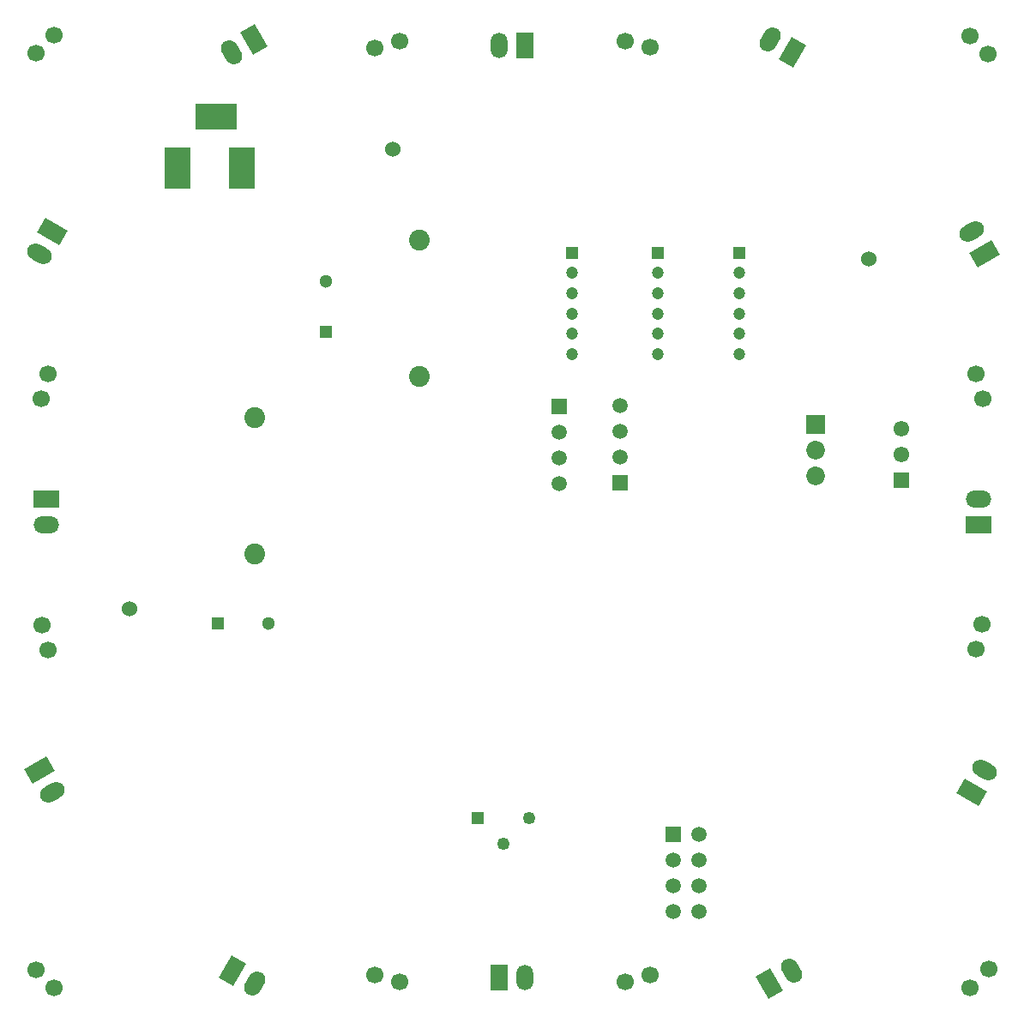
<source format=gbr>
G04*
G04 #@! TF.GenerationSoftware,Altium Limited,Altium Designer,25.5.2 (35)*
G04*
G04 Layer_Color=255*
%FSLAX25Y25*%
%MOIN*%
G70*
G04*
G04 #@! TF.SameCoordinates,5858FFA7-226C-4CE8-8668-B70CF27CC624*
G04*
G04*
G04 #@! TF.FilePolarity,Positive*
G04*
G01*
G75*
%ADD53C,0.04724*%
%ADD54C,0.07284*%
%ADD55C,0.04921*%
%ADD56R,0.05118X0.05118*%
%ADD59R,0.05118X0.05118*%
%ADD66R,0.04921X0.04921*%
%ADD67C,0.05118*%
%ADD68R,0.04724X0.04724*%
%ADD72R,0.07284X0.07284*%
%ADD89C,0.05906*%
%ADD90R,0.05906X0.05906*%
%ADD91R,0.10000X0.16000*%
%ADD92C,0.08071*%
G04:AMPARAMS|DCode=93|XSize=65mil|YSize=100mil|CornerRadius=0mil|HoleSize=0mil|Usage=FLASHONLY|Rotation=120.000|XOffset=0mil|YOffset=0mil|HoleType=Round|Shape=Round|*
%AMOVALD93*
21,1,0.03500,0.06500,0.00000,0.00000,210.0*
1,1,0.06500,0.01516,0.00875*
1,1,0.06500,-0.01516,-0.00875*
%
%ADD93OVALD93*%

%ADD94O,0.10000X0.06500*%
G04:AMPARAMS|DCode=95|XSize=65mil|YSize=100mil|CornerRadius=0mil|HoleSize=0mil|Usage=FLASHONLY|Rotation=150.000|XOffset=0mil|YOffset=0mil|HoleType=Round|Shape=Round|*
%AMOVALD95*
21,1,0.03500,0.06500,0.00000,0.00000,240.0*
1,1,0.06500,0.00875,0.01516*
1,1,0.06500,-0.00875,-0.01516*
%
%ADD95OVALD95*%

G04:AMPARAMS|DCode=96|XSize=65mil|YSize=100mil|CornerRadius=0mil|HoleSize=0mil|Usage=FLASHONLY|Rotation=60.000|XOffset=0mil|YOffset=0mil|HoleType=Round|Shape=Round|*
%AMOVALD96*
21,1,0.03500,0.06500,0.00000,0.00000,150.0*
1,1,0.06500,0.01516,-0.00875*
1,1,0.06500,-0.01516,0.00875*
%
%ADD96OVALD96*%

G04:AMPARAMS|DCode=97|XSize=65mil|YSize=100mil|CornerRadius=0mil|HoleSize=0mil|Usage=FLASHONLY|Rotation=30.000|XOffset=0mil|YOffset=0mil|HoleType=Round|Shape=Round|*
%AMOVALD97*
21,1,0.03500,0.06500,0.00000,0.00000,120.0*
1,1,0.06500,0.00875,-0.01516*
1,1,0.06500,-0.00875,0.01516*
%
%ADD97OVALD97*%

%ADD98O,0.06500X0.10000*%
%ADD99C,0.06000*%
G04:AMPARAMS|DCode=100|XSize=65mil|YSize=100mil|CornerRadius=0mil|HoleSize=0mil|Usage=FLASHONLY|Rotation=240.000|XOffset=0mil|YOffset=0mil|HoleType=Round|Shape=Rectangle|*
%AMROTATEDRECTD100*
4,1,4,-0.02705,0.05315,0.05955,0.00315,0.02705,-0.05315,-0.05955,-0.00315,-0.02705,0.05315,0.0*
%
%ADD100ROTATEDRECTD100*%

%ADD101C,0.06693*%
%ADD102C,0.06102*%
%ADD103R,0.06500X0.10000*%
G04:AMPARAMS|DCode=104|XSize=65mil|YSize=100mil|CornerRadius=0mil|HoleSize=0mil|Usage=FLASHONLY|Rotation=120.000|XOffset=0mil|YOffset=0mil|HoleType=Round|Shape=Rectangle|*
%AMROTATEDRECTD104*
4,1,4,0.05955,-0.00315,-0.02705,-0.05315,-0.05955,0.00315,0.02705,0.05315,0.05955,-0.00315,0.0*
%
%ADD104ROTATEDRECTD104*%

G04:AMPARAMS|DCode=105|XSize=65mil|YSize=100mil|CornerRadius=0mil|HoleSize=0mil|Usage=FLASHONLY|Rotation=150.000|XOffset=0mil|YOffset=0mil|HoleType=Round|Shape=Rectangle|*
%AMROTATEDRECTD105*
4,1,4,0.05315,0.02705,0.00315,-0.05955,-0.05315,-0.02705,-0.00315,0.05955,0.05315,0.02705,0.0*
%
%ADD105ROTATEDRECTD105*%

%ADD106R,0.10000X0.06500*%
G04:AMPARAMS|DCode=107|XSize=65mil|YSize=100mil|CornerRadius=0mil|HoleSize=0mil|Usage=FLASHONLY|Rotation=30.000|XOffset=0mil|YOffset=0mil|HoleType=Round|Shape=Rectangle|*
%AMROTATEDRECTD107*
4,1,4,-0.00315,-0.05955,-0.05315,0.02705,0.00315,0.05955,0.05315,-0.02705,-0.00315,-0.05955,0.0*
%
%ADD107ROTATEDRECTD107*%

%ADD108R,0.06102X0.06102*%
%ADD109R,0.16000X0.10000*%
D53*
X285236Y265945D02*
D03*
X253445D02*
D03*
X220177D02*
D03*
X285236Y289567D02*
D03*
X253445D02*
D03*
X220177D02*
D03*
Y258071D02*
D03*
Y281693D02*
D03*
Y273819D02*
D03*
X285236D02*
D03*
X253445Y281693D02*
D03*
Y273819D02*
D03*
X285236Y281693D02*
D03*
Y258071D02*
D03*
X253445D02*
D03*
D54*
X314764Y210630D02*
D03*
Y220630D02*
D03*
D55*
X203602Y77598D02*
D03*
X193602Y67598D02*
D03*
D56*
X124606Y266634D02*
D03*
D59*
X82382Y153248D02*
D03*
D66*
X183602Y77598D02*
D03*
D67*
X102067Y153248D02*
D03*
X124606Y286319D02*
D03*
D68*
X220177Y297441D02*
D03*
X285236D02*
D03*
X253445D02*
D03*
D72*
X314764Y230630D02*
D03*
D89*
X259291Y51516D02*
D03*
X269291D02*
D03*
X259291Y61516D02*
D03*
X269291Y41516D02*
D03*
Y61516D02*
D03*
X259291Y41516D02*
D03*
X269291Y71516D02*
D03*
X238780Y238110D02*
D03*
Y228110D02*
D03*
Y218110D02*
D03*
X215256Y227854D02*
D03*
Y217854D02*
D03*
Y207854D02*
D03*
D90*
X259291Y71516D02*
D03*
X238780Y208110D02*
D03*
X215256Y237854D02*
D03*
D91*
X66831Y330512D02*
D03*
X91831D02*
D03*
D92*
X96654Y180433D02*
D03*
X160728Y302343D02*
D03*
Y249232D02*
D03*
X96654Y233543D02*
D03*
D93*
X375413Y305707D02*
D03*
X18209Y87795D02*
D03*
D94*
X377953Y201850D02*
D03*
X15748Y191850D02*
D03*
D95*
X297244Y380413D02*
D03*
X96752Y13484D02*
D03*
D96*
X380295Y96357D02*
D03*
X13189Y297146D02*
D03*
D97*
X305511Y18484D02*
D03*
X87698Y375413D02*
D03*
D98*
X191850Y377953D02*
D03*
X201850Y15748D02*
D03*
D99*
X150295Y337598D02*
D03*
X48158Y158967D02*
D03*
X335335Y295177D02*
D03*
D100*
X18189Y305806D02*
D03*
X375295Y87697D02*
D03*
D101*
X374713Y381784D02*
D03*
X381980Y18890D02*
D03*
X377052Y250302D02*
D03*
X379542Y153058D02*
D03*
X240734Y379852D02*
D03*
X143392Y377136D02*
D03*
X11720Y374909D02*
D03*
X250295Y16732D02*
D03*
X153051Y14173D02*
D03*
X16550Y143202D02*
D03*
X18799Y11811D02*
D03*
X13765Y240643D02*
D03*
X374909Y11819D02*
D03*
X376954Y143399D02*
D03*
X379641Y240643D02*
D03*
X143392Y16761D02*
D03*
X240636Y14144D02*
D03*
X11728Y18882D02*
D03*
X381784Y374713D02*
D03*
X250394Y377264D02*
D03*
X153051Y379724D02*
D03*
X18791Y381980D02*
D03*
X16353Y250302D02*
D03*
X13962Y152861D02*
D03*
D102*
X348189Y229094D02*
D03*
Y219094D02*
D03*
D103*
X201850Y377953D02*
D03*
X191850Y15748D02*
D03*
D104*
X380413Y297047D02*
D03*
X13209Y96456D02*
D03*
D105*
X305904Y375413D02*
D03*
X88092Y18484D02*
D03*
D106*
X377953Y191850D02*
D03*
X15748Y201850D02*
D03*
D107*
X296850Y13484D02*
D03*
X96358Y380413D02*
D03*
D108*
X348189Y209094D02*
D03*
D109*
X81831Y350512D02*
D03*
M02*

</source>
